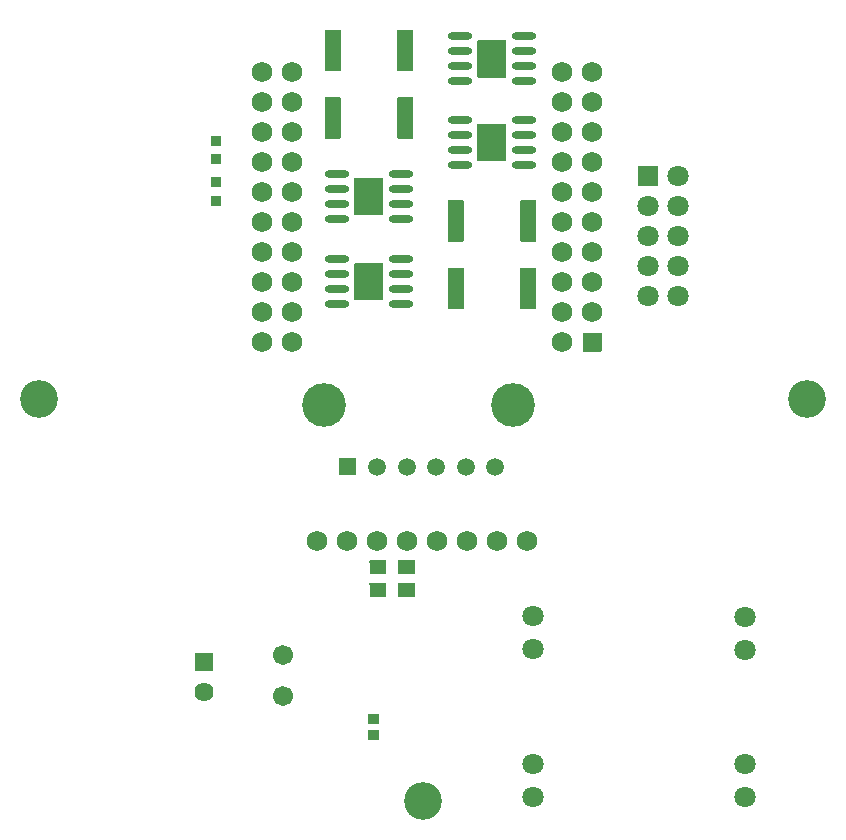
<source format=gts>
G04 Layer: TopSolderMaskLayer*
G04 EasyEDA Pro v1.6.32, 2023-12-29 17:47:12*
G04 Gerber Generator version 0.3*
G04 Scale: 100 percent, Rotated: No, Reflected: No*
G04 Dimensions in millimeters*
G04 Leading zeros omitted, absolute positions, 4 integers and 2 decimals*
%FSLAX42Y42*%
%MOMM*%
%ADD10C,3.203199*%
%ADD11C,1.7272*%
%ADD12C,1.701597*%
%ADD13O,2.042592X0.703605*%
%ADD14C,1.624025*%
%ADD15C,3.703201*%
%ADD16C,1.500022*%
%ADD17C,1.803199*%
%ADD18C,1.801597*%
G75*


G04 Pad Start*
G54D10*
G01X-3250Y50D03*
G01X3250Y50D03*
G01X0Y-3350D03*
G36*
G01X1507Y615D02*
G01X1363Y615D01*
G03X1354Y605I0J-10D01*
G01Y462D01*
G03X1363Y452I10J0D01*
G01X1507D01*
G03X1516Y462I0J10D01*
G01Y605D01*
G03X1507Y615I-10J0D01*
G37*
G54D11*
G01X1435Y787D03*
G01X1435Y1041D03*
G01X1435Y1295D03*
G01X1435Y1549D03*
G01X1435Y1803D03*
G01X1435Y2057D03*
G01X1435Y2311D03*
G01X1435Y2565D03*
G01X1435Y2819D03*
G01X1181Y2819D03*
G01X1181Y2565D03*
G01X1181Y2311D03*
G01X1181Y2057D03*
G01X1181Y1803D03*
G01X1181Y1549D03*
G01X1181Y1295D03*
G01X1181Y1041D03*
G01X1181Y787D03*
G01X1181Y533D03*
G01X-1105Y533D03*
G01X-1105Y787D03*
G01X-1105Y1041D03*
G01X-1105Y1295D03*
G01X-1105Y1549D03*
G01X-1105Y1803D03*
G01X-1105Y2057D03*
G01X-1105Y2311D03*
G01X-1105Y2565D03*
G01X-1105Y2819D03*
G01X-1359Y533D03*
G01X-1359Y787D03*
G01X-1359Y1041D03*
G01X-1359Y1295D03*
G01X-1359Y1549D03*
G01X-1359Y1803D03*
G01X-1359Y2057D03*
G01X-1359Y2311D03*
G01X-1359Y2565D03*
G01X-1359Y2819D03*
G36*
G01X-697Y2262D02*
G01X-697Y2603D01*
G03X-702Y2607I-5J0D01*
G01X-826D01*
G03X-830Y2603I0J-5D01*
G01Y2262D01*
G03X-826Y2257I5J0D01*
G01X-702D01*
G03X-697Y2262I0J5D01*
G37*
G36*
G01X-84Y2262D02*
G01X-84Y2603D01*
G03X-89Y2607I-5J0D01*
G01X-212D01*
G03X-217Y2603I0J-5D01*
G01Y2262D01*
G03X-212Y2257I5J0D01*
G01X-89D01*
G03X-84Y2262I0J5D01*
G37*
G36*
G01X-697Y2833D02*
G01X-697Y3174D01*
G03X-702Y3179I-5J0D01*
G01X-826D01*
G03X-830Y3174I0J-5D01*
G01Y2833D01*
G03X-826Y2828I5J0D01*
G01X-702D01*
G03X-697Y2833I0J5D01*
G37*
G36*
G01X-84Y2833D02*
G01X-84Y3174D01*
G03X-89Y3179I-5J0D01*
G01X-212D01*
G03X-217Y3174I0J-5D01*
G01Y2833D01*
G03X-212Y2828I5J0D01*
G01X-89D01*
G03X-84Y2833I0J5D01*
G37*
G36*
G01X824Y1732D02*
G01X824Y1391D01*
G03X829Y1386I5J0D01*
G01X953D01*
G03X957Y1391I0J5D01*
G01Y1732D01*
G03X953Y1737I-5J0D01*
G01X829D01*
G03X824Y1732I0J-5D01*
G37*
G36*
G01X211Y1732D02*
G01X211Y1391D01*
G03X216Y1386I5J0D01*
G01X339D01*
G03X344Y1391I0J5D01*
G01Y1732D01*
G03X339Y1737I-5J0D01*
G01X216D01*
G03X211Y1732I0J-5D01*
G37*
G36*
G01X824Y1161D02*
G01X824Y820D01*
G03X829Y815I5J0D01*
G01X953D01*
G03X957Y820I0J5D01*
G01Y1161D01*
G03X953Y1166I-5J0D01*
G01X829D01*
G03X824Y1161I0J-5D01*
G37*
G36*
G01X211Y1161D02*
G01X211Y820D01*
G03X216Y815I5J0D01*
G01X339D01*
G03X344Y820I0J5D01*
G01Y1161D01*
G03X339Y1166I-5J0D01*
G01X216D01*
G03X211Y1161I0J-5D01*
G37*
G54D12*
G01X-1181Y-2461D03*
G01X-1181Y-2111D03*
G36*
G01X-462Y-2697D02*
G01X-376Y-2697D01*
G03X-372Y-2692I0J5D01*
G01Y-2616D01*
G03X-376Y-2611I-5J0D01*
G01X-462D01*
G03X-467Y-2616I0J-5D01*
G01Y-2692D01*
G03X-462Y-2697I5J0D01*
G37*
G36*
G01X-462Y-2837D02*
G01X-376Y-2837D01*
G03X-372Y-2832I0J5D01*
G01Y-2756D01*
G03X-376Y-2751I-5J0D01*
G01X-462D01*
G03X-467Y-2756I0J-5D01*
G01Y-2832D01*
G03X-462Y-2837I5J0D01*
G37*
G54D13*
G01X856Y2035D03*
G01X856Y2162D03*
G01X856Y2289D03*
G01X856Y2416D03*
G01X312Y2035D03*
G01X312Y2162D03*
G01X312Y2289D03*
G01X312Y2416D03*
G36*
G01X466Y2068D02*
G01X702Y2068D01*
G03X707Y2073I0J5D01*
G01Y2378D01*
G03X702Y2383I-5J0D01*
G01X466D01*
G03X461Y2378I0J-5D01*
G01Y2073D01*
G03X466Y2068I5J0D01*
G37*
G01X856Y2743D03*
G01X856Y2870D03*
G01X856Y2997D03*
G01X856Y3124D03*
G01X312Y2743D03*
G01X312Y2870D03*
G01X312Y2997D03*
G01X312Y3124D03*
G36*
G01X466Y2776D02*
G01X702Y2776D01*
G03X707Y2781I0J5D01*
G01Y3086D01*
G03X702Y3091I-5J0D01*
G01X466D01*
G03X461Y3086I0J-5D01*
G01Y2781D01*
G03X466Y2776I5J0D01*
G37*
G01X-729Y1959D03*
G01X-729Y1832D03*
G01X-729Y1705D03*
G01X-729Y1578D03*
G01X-185Y1959D03*
G01X-185Y1832D03*
G01X-185Y1705D03*
G01X-185Y1578D03*
G36*
G01X-339Y1926D02*
G01X-575Y1926D01*
G03X-580Y1921I0J-5D01*
G01Y1616D01*
G03X-575Y1611I5J0D01*
G01X-339D01*
G03X-334Y1616I0J5D01*
G01Y1921D01*
G03X-339Y1926I-5J0D01*
G37*
G01X-729Y1238D03*
G01X-729Y1111D03*
G01X-729Y984D03*
G01X-729Y857D03*
G01X-185Y1238D03*
G01X-185Y1111D03*
G01X-185Y984D03*
G01X-185Y857D03*
G36*
G01X-339Y1205D02*
G01X-575Y1205D01*
G03X-580Y1200I0J-5D01*
G01Y895D01*
G03X-575Y890I5J0D01*
G01X-339D01*
G03X-334Y895I0J5D01*
G01Y1200D01*
G03X-339Y1205I-5J0D01*
G37*
G36*
G01X-1780Y-2095D02*
G01X-1928Y-2095D01*
G03X-1933Y-2100I0J-5D01*
G01Y-2248D01*
G03X-1928Y-2252I5J0D01*
G01X-1780D01*
G03X-1775Y-2248I0J5D01*
G01Y-2100D01*
G03X-1780Y-2095I-5J0D01*
G37*
G54D14*
G01X-1854Y-2424D03*
G54D11*
G01X-898Y-1152D03*
G01X-644Y-1152D03*
G01X-390Y-1152D03*
G01X-136Y-1152D03*
G01X118Y-1152D03*
G01X372Y-1152D03*
G01X626Y-1152D03*
G01X880Y-1152D03*
G54D15*
G01X-834Y4D03*
G01X766Y4D03*
G54D16*
G01X612Y-521D03*
G01X-138Y-521D03*
G01X-388Y-521D03*
G36*
G01X-710Y-453D02*
G01X-710Y-588D01*
G03X-705Y-593I5J0D01*
G01X-570D01*
G03X-565Y-588I0J5D01*
G01Y-453D01*
G03X-570Y-448I-5J0D01*
G01X-705D01*
G03X-710Y-453I0J-5D01*
G37*
G01X112Y-521D03*
G01X362Y-521D03*
G54D17*
G01X936Y-1784D03*
G01X936Y-2064D03*
G01X934Y-3036D03*
G01X934Y-3316D03*
G01X2729Y-3317D03*
G01X2729Y-3037D03*
G01X2731Y-2070D03*
G01X2731Y-1790D03*
G36*
G01X1988Y2031D02*
G01X1822Y2031D01*
G03X1817Y2026I0J-5D01*
G01Y1860D01*
G03X1822Y1856I5J0D01*
G01X1988D01*
G03X1993Y1860I0J5D01*
G01Y2026D01*
G03X1988Y2031I-5J0D01*
G37*
G54D18*
G01X2159Y1943D03*
G01X1905Y1689D03*
G01X2159Y1689D03*
G01X1905Y1435D03*
G01X2159Y1435D03*
G01X1905Y1181D03*
G01X2159Y1181D03*
G01X1905Y927D03*
G01X2159Y927D03*
G36*
G01X-1709Y1692D02*
G01X-1709Y1768D01*
G03X-1714Y1773I-5J0D01*
G01X-1790D01*
G03X-1794Y1768I0J-5D01*
G01Y1692D01*
G03X-1790Y1688I5J0D01*
G01X-1714D01*
G03X-1709Y1692I0J5D01*
G37*
G36*
G01X-1710Y1852D02*
G01X-1710Y1928D01*
G03X-1715Y1933I-5J0D01*
G01X-1790D01*
G03X-1795Y1928I0J-5D01*
G01Y1852D01*
G03X-1790Y1848I5J0D01*
G01X-1715D01*
G03X-1710Y1852I0J5D01*
G37*
G36*
G01X-1711Y2130D02*
G01X-1793Y2130D01*
G03X-1798Y2125I0J-5D01*
G01Y2049D01*
G03X-1793Y2044I5J0D01*
G01X-1711D01*
G03X-1706Y2049I0J5D01*
G01Y2125D01*
G03X-1711Y2130I-5J0D01*
G37*
G36*
G01X-1711Y2281D02*
G01X-1793Y2281D01*
G03X-1798Y2276I0J-5D01*
G01Y2200D01*
G03X-1793Y2195I5J0D01*
G01X-1711D01*
G03X-1706Y2200I0J5D01*
G01Y2276D01*
G03X-1711Y2281I-5J0D01*
G37*
G36*
G01X-314Y-1503D02*
G01X-448Y-1503D01*
G03X-452Y-1508I0J-5D01*
G01Y-1616D01*
G03X-448Y-1621I5J0D01*
G01X-314D01*
G03X-310Y-1616I0J5D01*
G01Y-1508D01*
G03X-314Y-1503I-5J0D01*
G37*
G36*
G01X-314Y-1310D02*
G01X-448Y-1310D01*
G03X-452Y-1315I0J-5D01*
G01Y-1423D01*
G03X-448Y-1428I5J0D01*
G01X-314D01*
G03X-310Y-1423I0J5D01*
G01Y-1315D01*
G03X-314Y-1310I-5J0D01*
G37*
G36*
G01X-73Y-1503D02*
G01X-206Y-1503D01*
G03X-211Y-1508I0J-5D01*
G01Y-1616D01*
G03X-206Y-1621I5J0D01*
G01X-73D01*
G03X-68Y-1616I0J5D01*
G01Y-1508D01*
G03X-73Y-1503I-5J0D01*
G37*
G36*
G01X-73Y-1310D02*
G01X-206Y-1310D01*
G03X-211Y-1315I0J-5D01*
G01Y-1423D01*
G03X-206Y-1428I5J0D01*
G01X-73D01*
G03X-68Y-1423I0J5D01*
G01Y-1315D01*
G03X-73Y-1310I-5J0D01*
G37*
G04 Pad End*

M02*

</source>
